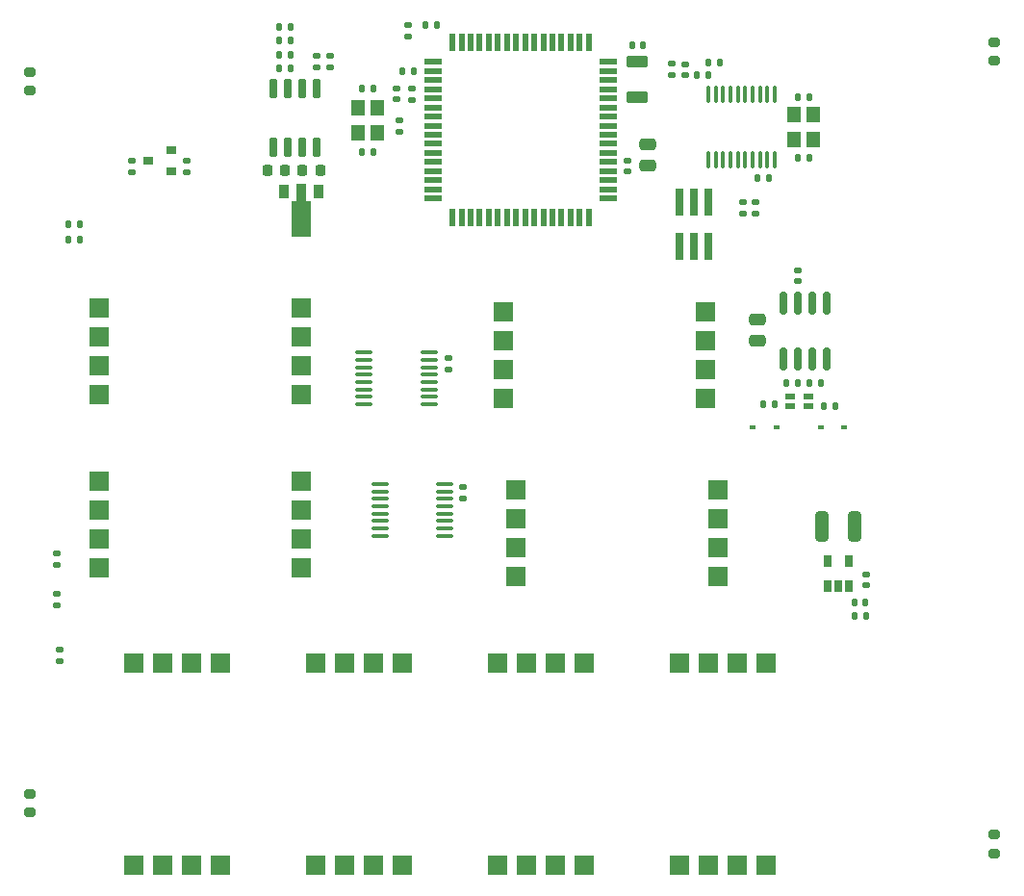
<source format=gbr>
%TF.GenerationSoftware,KiCad,Pcbnew,(6.0.0-rc1-155-g08cb573e11)*%
%TF.CreationDate,2021-12-21T18:41:38+09:00*%
%TF.ProjectId,ykts-payload,796b7473-2d70-4617-996c-6f61642e6b69,A1*%
%TF.SameCoordinates,Original*%
%TF.FileFunction,Paste,Top*%
%TF.FilePolarity,Positive*%
%FSLAX46Y46*%
G04 Gerber Fmt 4.6, Leading zero omitted, Abs format (unit mm)*
G04 Created by KiCad (PCBNEW (6.0.0-rc1-155-g08cb573e11)) date 2021-12-21 18:41:38*
%MOMM*%
%LPD*%
G01*
G04 APERTURE LIST*
G04 Aperture macros list*
%AMRoundRect*
0 Rectangle with rounded corners*
0 $1 Rounding radius*
0 $2 $3 $4 $5 $6 $7 $8 $9 X,Y pos of 4 corners*
0 Add a 4 corners polygon primitive as box body*
4,1,4,$2,$3,$4,$5,$6,$7,$8,$9,$2,$3,0*
0 Add four circle primitives for the rounded corners*
1,1,$1+$1,$2,$3*
1,1,$1+$1,$4,$5*
1,1,$1+$1,$6,$7*
1,1,$1+$1,$8,$9*
0 Add four rect primitives between the rounded corners*
20,1,$1+$1,$2,$3,$4,$5,0*
20,1,$1+$1,$4,$5,$6,$7,0*
20,1,$1+$1,$6,$7,$8,$9,0*
20,1,$1+$1,$8,$9,$2,$3,0*%
%AMFreePoly0*
4,1,9,3.862500,-0.866500,0.737500,-0.866500,0.737500,-0.450000,-0.737500,-0.450000,-0.737500,0.450000,0.737500,0.450000,0.737500,0.866500,3.862500,0.866500,3.862500,-0.866500,3.862500,-0.866500,$1*%
G04 Aperture macros list end*
%ADD10RoundRect,0.140000X0.170000X-0.140000X0.170000X0.140000X-0.170000X0.140000X-0.170000X-0.140000X0*%
%ADD11RoundRect,0.140000X0.140000X0.170000X-0.140000X0.170000X-0.140000X-0.170000X0.140000X-0.170000X0*%
%ADD12RoundRect,0.250000X0.475000X-0.250000X0.475000X0.250000X-0.475000X0.250000X-0.475000X-0.250000X0*%
%ADD13RoundRect,0.140000X-0.140000X-0.170000X0.140000X-0.170000X0.140000X0.170000X-0.140000X0.170000X0*%
%ADD14R,0.600000X0.450000*%
%ADD15RoundRect,0.025500X-0.354500X0.229500X-0.354500X-0.229500X0.354500X-0.229500X0.354500X0.229500X0*%
%ADD16RoundRect,0.250000X0.700000X-0.275000X0.700000X0.275000X-0.700000X0.275000X-0.700000X-0.275000X0*%
%ADD17RoundRect,0.135000X-0.185000X0.135000X-0.185000X-0.135000X0.185000X-0.135000X0.185000X0.135000X0*%
%ADD18RoundRect,0.135000X0.185000X-0.135000X0.185000X0.135000X-0.185000X0.135000X-0.185000X-0.135000X0*%
%ADD19RoundRect,0.135000X0.135000X0.185000X-0.135000X0.185000X-0.135000X-0.185000X0.135000X-0.185000X0*%
%ADD20RoundRect,0.135000X-0.135000X-0.185000X0.135000X-0.185000X0.135000X0.185000X-0.135000X0.185000X0*%
%ADD21RoundRect,0.100000X0.637500X0.100000X-0.637500X0.100000X-0.637500X-0.100000X0.637500X-0.100000X0*%
%ADD22RoundRect,0.140000X-0.170000X0.140000X-0.170000X-0.140000X0.170000X-0.140000X0.170000X0.140000X0*%
%ADD23RoundRect,0.147500X-0.147500X-0.172500X0.147500X-0.172500X0.147500X0.172500X-0.147500X0.172500X0*%
%ADD24R,0.550000X1.500000*%
%ADD25R,1.500000X0.550000*%
%ADD26R,1.200000X1.400000*%
%ADD27R,1.700000X1.700000*%
%ADD28RoundRect,0.100000X0.100000X-0.637500X0.100000X0.637500X-0.100000X0.637500X-0.100000X-0.637500X0*%
%ADD29RoundRect,0.150000X-0.150000X0.825000X-0.150000X-0.825000X0.150000X-0.825000X0.150000X0.825000X0*%
%ADD30R,0.740000X2.400000*%
%ADD31R,0.900000X0.800000*%
%ADD32RoundRect,0.250000X-0.312500X-1.075000X0.312500X-1.075000X0.312500X1.075000X-0.312500X1.075000X0*%
%ADD33RoundRect,0.225000X0.225000X0.250000X-0.225000X0.250000X-0.225000X-0.250000X0.225000X-0.250000X0*%
%ADD34RoundRect,0.200000X0.275000X-0.200000X0.275000X0.200000X-0.275000X0.200000X-0.275000X-0.200000X0*%
%ADD35RoundRect,0.200000X-0.275000X0.200000X-0.275000X-0.200000X0.275000X-0.200000X0.275000X0.200000X0*%
%ADD36RoundRect,0.225000X-0.225000X-0.250000X0.225000X-0.250000X0.225000X0.250000X-0.225000X0.250000X0*%
%ADD37R,0.900000X1.300000*%
%ADD38FreePoly0,270.000000*%
%ADD39RoundRect,0.147500X0.147500X0.172500X-0.147500X0.172500X-0.147500X-0.172500X0.147500X-0.172500X0*%
%ADD40RoundRect,0.150000X-0.150000X0.725000X-0.150000X-0.725000X0.150000X-0.725000X0.150000X0.725000X0*%
%ADD41R,0.650000X1.060000*%
G04 APERTURE END LIST*
D10*
%TO.C,C3*%
X126492000Y-74140000D03*
X126492000Y-73180000D03*
%TD*%
%TO.C,C4*%
X146812000Y-80490000D03*
X146812000Y-79530000D03*
%TD*%
D11*
%TO.C,C11*%
X162786000Y-79248000D03*
X161826000Y-79248000D03*
%TD*%
D12*
%TO.C,C13*%
X158242000Y-95358000D03*
X158242000Y-93458000D03*
%TD*%
D13*
%TO.C,CH1*%
X162842000Y-99060000D03*
X163802000Y-99060000D03*
%TD*%
D11*
%TO.C,CL1*%
X161770000Y-99060000D03*
X160810000Y-99060000D03*
%TD*%
D14*
%TO.C,D5*%
X163796000Y-102997000D03*
X165896000Y-102997000D03*
%TD*%
D15*
%TO.C,FL1*%
X162760000Y-100276000D03*
X161090000Y-100276000D03*
X161090000Y-101146000D03*
X162760000Y-101146000D03*
%TD*%
D10*
%TO.C,C15*%
X161798000Y-90142000D03*
X161798000Y-89182000D03*
%TD*%
D16*
%TO.C,L1*%
X147701000Y-73965000D03*
X147701000Y-70815000D03*
%TD*%
D17*
%TO.C,R11*%
X127889000Y-73150000D03*
X127889000Y-74170000D03*
%TD*%
D18*
%TO.C,R12*%
X126746000Y-76964000D03*
X126746000Y-75944000D03*
%TD*%
D19*
%TO.C,R13*%
X128018000Y-71628000D03*
X126998000Y-71628000D03*
%TD*%
D18*
%TO.C,R16*%
X127508000Y-68582000D03*
X127508000Y-67562000D03*
%TD*%
D17*
%TO.C,R27*%
X132334000Y-108202000D03*
X132334000Y-109222000D03*
%TD*%
D19*
%TO.C,R28*%
X159260000Y-81026000D03*
X158240000Y-81026000D03*
%TD*%
D20*
%TO.C,R29*%
X153922000Y-70866000D03*
X154942000Y-70866000D03*
%TD*%
D18*
%TO.C,R30*%
X150749000Y-72011000D03*
X150749000Y-70991000D03*
%TD*%
D21*
%TO.C,U5*%
X129354500Y-100954000D03*
X129354500Y-100304000D03*
X129354500Y-99654000D03*
X129354500Y-99004000D03*
X129354500Y-98354000D03*
X129354500Y-97704000D03*
X129354500Y-97054000D03*
X129354500Y-96404000D03*
X123629500Y-96404000D03*
X123629500Y-97054000D03*
X123629500Y-97704000D03*
X123629500Y-98354000D03*
X123629500Y-99004000D03*
X123629500Y-99654000D03*
X123629500Y-100304000D03*
X123629500Y-100954000D03*
%TD*%
D13*
%TO.C,C2*%
X123473755Y-73154000D03*
X124433755Y-73154000D03*
%TD*%
%TO.C,C5*%
X147221000Y-69342000D03*
X148181000Y-69342000D03*
%TD*%
D12*
%TO.C,C6*%
X148590000Y-79944000D03*
X148590000Y-78044000D03*
%TD*%
D13*
%TO.C,C10*%
X161826000Y-73914000D03*
X162786000Y-73914000D03*
%TD*%
D11*
%TO.C,C12*%
X153896000Y-72009000D03*
X152936000Y-72009000D03*
%TD*%
D22*
%TO.C,C14*%
X151892000Y-71021000D03*
X151892000Y-71981000D03*
%TD*%
D11*
%TO.C,CH2*%
X159738000Y-100965000D03*
X158778000Y-100965000D03*
%TD*%
D13*
%TO.C,CL2*%
X164112000Y-101092000D03*
X165072000Y-101092000D03*
%TD*%
D23*
%TO.C,D2*%
X129055000Y-67564000D03*
X130025000Y-67564000D03*
%TD*%
D14*
%TO.C,D4*%
X159927000Y-102997000D03*
X157827000Y-102997000D03*
%TD*%
D24*
%TO.C,U1*%
X143414000Y-69135000D03*
X142614000Y-69135000D03*
X141814000Y-69135000D03*
X141014000Y-69135000D03*
X140214000Y-69135000D03*
X139414000Y-69135000D03*
X138614000Y-69135000D03*
X137814000Y-69135000D03*
X137014000Y-69135000D03*
X136214000Y-69135000D03*
X135414000Y-69135000D03*
X134614000Y-69135000D03*
X133814000Y-69135000D03*
X133014000Y-69135000D03*
X132214000Y-69135000D03*
X131414000Y-69135000D03*
D25*
X129714000Y-70835000D03*
X129714000Y-71635000D03*
X129714000Y-72435000D03*
X129714000Y-73235000D03*
X129714000Y-74035000D03*
X129714000Y-74835000D03*
X129714000Y-75635000D03*
X129714000Y-76435000D03*
X129714000Y-77235000D03*
X129714000Y-78035000D03*
X129714000Y-78835000D03*
X129714000Y-79635000D03*
X129714000Y-80435000D03*
X129714000Y-81235000D03*
X129714000Y-82035000D03*
X129714000Y-82835000D03*
D24*
X131414000Y-84535000D03*
X132214000Y-84535000D03*
X133014000Y-84535000D03*
X133814000Y-84535000D03*
X134614000Y-84535000D03*
X135414000Y-84535000D03*
X136214000Y-84535000D03*
X137014000Y-84535000D03*
X137814000Y-84535000D03*
X138614000Y-84535000D03*
X139414000Y-84535000D03*
X140214000Y-84535000D03*
X141014000Y-84535000D03*
X141814000Y-84535000D03*
X142614000Y-84535000D03*
X143414000Y-84535000D03*
D25*
X145114000Y-82835000D03*
X145114000Y-82035000D03*
X145114000Y-81235000D03*
X145114000Y-80435000D03*
X145114000Y-79635000D03*
X145114000Y-78835000D03*
X145114000Y-78035000D03*
X145114000Y-77235000D03*
X145114000Y-76435000D03*
X145114000Y-75635000D03*
X145114000Y-74835000D03*
X145114000Y-74035000D03*
X145114000Y-73235000D03*
X145114000Y-72435000D03*
X145114000Y-71635000D03*
X145114000Y-70835000D03*
%TD*%
D26*
%TO.C,Y2*%
X163156000Y-77681000D03*
X163156000Y-75481000D03*
X161456000Y-75481000D03*
X161456000Y-77681000D03*
%TD*%
D27*
%TO.C,N1*%
X118110000Y-107696000D03*
X118110000Y-110236000D03*
X118110000Y-112776000D03*
X118110000Y-115316000D03*
X100330000Y-107696000D03*
X100330000Y-110236000D03*
X100330000Y-112776000D03*
X100330000Y-115316000D03*
%TD*%
%TO.C,N2*%
X118110000Y-92456000D03*
X118110000Y-94996000D03*
X118110000Y-97536000D03*
X118110000Y-100076000D03*
X100330000Y-92456000D03*
X100330000Y-94996000D03*
X100330000Y-97536000D03*
X100330000Y-100076000D03*
%TD*%
%TO.C,N3*%
X135890000Y-100457000D03*
X135890000Y-97917000D03*
X135890000Y-95377000D03*
X135890000Y-92837000D03*
X153670000Y-100457000D03*
X153670000Y-97917000D03*
X153670000Y-95377000D03*
X153670000Y-92837000D03*
%TD*%
%TO.C,N4*%
X137033000Y-116078000D03*
X137033000Y-113538000D03*
X137033000Y-110998000D03*
X137033000Y-108458000D03*
X154813000Y-116078000D03*
X154813000Y-113538000D03*
X154813000Y-110998000D03*
X154813000Y-108458000D03*
%TD*%
%TO.C,N5*%
X103378000Y-123698000D03*
X105918000Y-123698000D03*
X108458000Y-123698000D03*
X110998000Y-123698000D03*
X103378000Y-141478000D03*
X105918000Y-141478000D03*
X108458000Y-141478000D03*
X110998000Y-141478000D03*
%TD*%
%TO.C,N6*%
X151384000Y-123698000D03*
X153924000Y-123698000D03*
X156464000Y-123698000D03*
X159004000Y-123698000D03*
X151384000Y-141478000D03*
X153924000Y-141478000D03*
X156464000Y-141478000D03*
X159004000Y-141478000D03*
%TD*%
%TO.C,N7*%
X119380000Y-123698000D03*
X121920000Y-123698000D03*
X124460000Y-123698000D03*
X127000000Y-123698000D03*
X119380000Y-141478000D03*
X121920000Y-141478000D03*
X124460000Y-141478000D03*
X127000000Y-141478000D03*
%TD*%
%TO.C,N8*%
X135382000Y-123698000D03*
X137922000Y-123698000D03*
X140462000Y-123698000D03*
X143002000Y-123698000D03*
X135382000Y-141478000D03*
X137922000Y-141478000D03*
X140462000Y-141478000D03*
X143002000Y-141478000D03*
%TD*%
D21*
%TO.C,U6*%
X130751500Y-112511000D03*
X130751500Y-111861000D03*
X130751500Y-111211000D03*
X130751500Y-110561000D03*
X130751500Y-109911000D03*
X130751500Y-109261000D03*
X130751500Y-108611000D03*
X130751500Y-107961000D03*
X125026500Y-107961000D03*
X125026500Y-108611000D03*
X125026500Y-109261000D03*
X125026500Y-109911000D03*
X125026500Y-110561000D03*
X125026500Y-111211000D03*
X125026500Y-111861000D03*
X125026500Y-112511000D03*
%TD*%
D28*
%TO.C,U7*%
X153920000Y-79443500D03*
X154570000Y-79443500D03*
X155220000Y-79443500D03*
X155870000Y-79443500D03*
X156520000Y-79443500D03*
X157170000Y-79443500D03*
X157820000Y-79443500D03*
X158470000Y-79443500D03*
X159120000Y-79443500D03*
X159770000Y-79443500D03*
X159770000Y-73718500D03*
X159120000Y-73718500D03*
X158470000Y-73718500D03*
X157820000Y-73718500D03*
X157170000Y-73718500D03*
X156520000Y-73718500D03*
X155870000Y-73718500D03*
X155220000Y-73718500D03*
X154570000Y-73718500D03*
X153920000Y-73718500D03*
%TD*%
D29*
%TO.C,U8*%
X164338000Y-92013000D03*
X163068000Y-92013000D03*
X161798000Y-92013000D03*
X160528000Y-92013000D03*
X160528000Y-96963000D03*
X161798000Y-96963000D03*
X163068000Y-96963000D03*
X164338000Y-96963000D03*
%TD*%
D11*
%TO.C,C1*%
X124433755Y-78742000D03*
X123473755Y-78742000D03*
%TD*%
D30*
%TO.C,J6*%
X151384000Y-87040000D03*
X151384000Y-83140000D03*
X152654000Y-87040000D03*
X152654000Y-83140000D03*
X153924000Y-87040000D03*
X153924000Y-83140000D03*
%TD*%
D31*
%TO.C,Q1*%
X106664000Y-80452000D03*
X106664000Y-78552000D03*
X104664000Y-79502000D03*
%TD*%
D18*
%TO.C,R9*%
X108077000Y-80520000D03*
X108077000Y-79500000D03*
%TD*%
D17*
%TO.C,R10*%
X103251000Y-79500000D03*
X103251000Y-80520000D03*
%TD*%
%TO.C,R26*%
X131064000Y-96899000D03*
X131064000Y-97919000D03*
%TD*%
D26*
%TO.C,Y1*%
X124803755Y-77048000D03*
X124803755Y-74848000D03*
X123103755Y-74848000D03*
X123103755Y-77048000D03*
%TD*%
D18*
%TO.C,R22*%
X119507000Y-71311500D03*
X119507000Y-70291500D03*
%TD*%
D32*
%TO.C,R_CSB1*%
X163899500Y-111675000D03*
X166824500Y-111675000D03*
%TD*%
D33*
%TO.C,C7*%
X116663500Y-80391000D03*
X115113500Y-80391000D03*
%TD*%
D20*
%TO.C,R21*%
X116140500Y-71374000D03*
X117160500Y-71374000D03*
%TD*%
D18*
%TO.C,R8*%
X96901000Y-123573000D03*
X96901000Y-122553000D03*
%TD*%
D34*
%TO.C,R1*%
X179070000Y-140461000D03*
X179070000Y-138811000D03*
%TD*%
D19*
%TO.C,R18*%
X117160500Y-70231000D03*
X116140500Y-70231000D03*
%TD*%
D17*
%TO.C,R6*%
X96647000Y-114044000D03*
X96647000Y-115064000D03*
%TD*%
D35*
%TO.C,R3*%
X94234000Y-71692000D03*
X94234000Y-73342000D03*
%TD*%
D17*
%TO.C,R5*%
X156972000Y-83183000D03*
X156972000Y-84203000D03*
%TD*%
D18*
%TO.C,R24*%
X158115000Y-84203000D03*
X158115000Y-83183000D03*
%TD*%
D36*
%TO.C,C8*%
X118224000Y-80391000D03*
X119774000Y-80391000D03*
%TD*%
D17*
%TO.C,R7*%
X96647000Y-117600000D03*
X96647000Y-118620000D03*
%TD*%
D20*
%TO.C,R20*%
X116138500Y-68897500D03*
X117158500Y-68897500D03*
%TD*%
D37*
%TO.C,U2*%
X119610000Y-82232500D03*
D38*
X118110000Y-82320000D03*
D37*
X116610000Y-82232500D03*
%TD*%
D39*
%TO.C,D3*%
X167752000Y-118406000D03*
X166782000Y-118406000D03*
%TD*%
D40*
%TO.C,U3*%
X119507000Y-73144500D03*
X118237000Y-73144500D03*
X116967000Y-73144500D03*
X115697000Y-73144500D03*
X115697000Y-78294500D03*
X116967000Y-78294500D03*
X118237000Y-78294500D03*
X119507000Y-78294500D03*
%TD*%
D19*
%TO.C,R15*%
X98681000Y-86487000D03*
X97661000Y-86487000D03*
%TD*%
D17*
%TO.C,R19*%
X120650000Y-70291500D03*
X120650000Y-71311500D03*
%TD*%
D10*
%TO.C,C9*%
X167775000Y-116854000D03*
X167775000Y-115894000D03*
%TD*%
D20*
%TO.C,R14*%
X97663000Y-85090000D03*
X98683000Y-85090000D03*
%TD*%
D34*
%TO.C,R4*%
X94234000Y-136842000D03*
X94234000Y-135192000D03*
%TD*%
D41*
%TO.C,U4*%
X164404000Y-116924000D03*
X165354000Y-116924000D03*
X166304000Y-116924000D03*
X166304000Y-114724000D03*
X164404000Y-114724000D03*
%TD*%
D19*
%TO.C,R23*%
X167777000Y-119549000D03*
X166757000Y-119549000D03*
%TD*%
D35*
%TO.C,R2*%
X179070000Y-69088000D03*
X179070000Y-70738000D03*
%TD*%
D19*
%TO.C,R17*%
X117158500Y-67754500D03*
X116138500Y-67754500D03*
%TD*%
M02*

</source>
